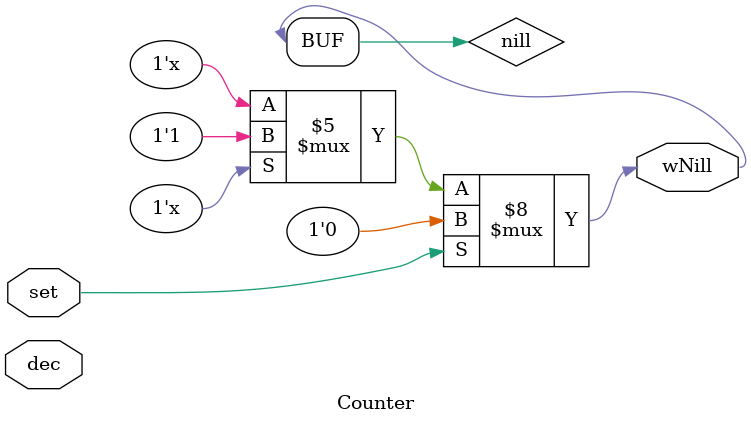
<source format=v>
module Counter(
    input set, dec,
    output wNill
);
    reg [3:0] cont = 4'b0;
    reg nill;
    wire wNill;
    assign wNill = nill;
    always @(set or dec) begin
        if(set) begin
            cont <= 4'b111;
            nill <= 0;
        end
        else begin
            if(dec) begin 
                cont <= cont - 1;
            end
            if(cont == 0) begin
                 nill <= 1;
            end
        end
    end   
endmodule

</source>
